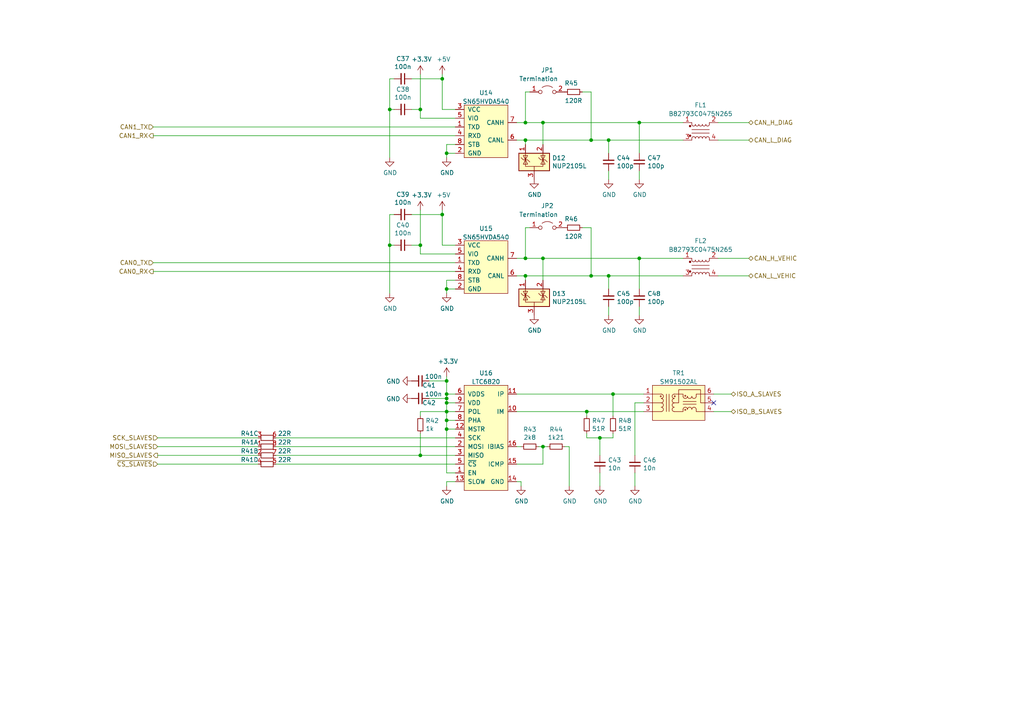
<source format=kicad_sch>
(kicad_sch (version 20211123) (generator eeschema)
  (paper "A4")
  (title_block (title "SPR23e Battery Management Unit (BMU)") (date "2023-03-25") (rev "B") (company "Scuderia Mensa HS RheinMain racing e.V.") (comment 1 "Author: Luca Engelmann") (comment 2 "Car number: 65"))
  (lib_symbols
    (symbol "+5V_1" (power) (pin_names (offset 0))
      (property "Value" "+5V_1" (at 0 3.556 0))
      (symbol "+5V_1_0_1"
        (polyline (pts (xy -0.762 1.27) (xy 0 2.54)))
        (polyline (pts (xy 0 0) (xy 0 2.54)))
        (polyline (pts (xy 0 2.54) (xy 0.762 1.27)))
      )
      (symbol "+5V_1_1_1"
        (pin power_in line (at 0 0 90) (length 0) hide (name "+5V") (number "1"))
      )
    )
    (symbol "Device:C_Small" (pin_numbers hide) (pin_names (offset 0.254) hide)
      (property "Reference" "C" (at 0.254 1.778 0))
      (property "Value" "C_Small" (at 0.254 -2.032 0))
      (symbol "C_Small_0_1"
        (polyline (pts (xy -1.524 -0.508) (xy 1.524 -0.508)) (stroke (width 0.3302)))
        (polyline (pts (xy -1.524 0.508) (xy 1.524 0.508)) (stroke (width 0.3048)))
      )
      (symbol "C_Small_1_1"
        (pin passive line (at 0 2.54 270) (length 2.032) (name "~") (number "1"))
        (pin passive line (at 0 -2.54 90) (length 2.032) (name "~") (number "2"))
      )
    )
    (symbol "Device:Filter_EMI_CommonMode" (pin_names (offset 0.254) hide)
      (property "Reference" "FL" (at 0 4.445 0))
      (property "Value" "Filter_EMI_CommonMode" (at 0 -4.445 0))
      (symbol "Filter_EMI_CommonMode_0_1"
        (circle (center -3.048 -1.27) (radius 0.254) (fill (type outline)))
        (circle (center -3.048 1.524) (radius 0.254) (fill (type outline)))
        (arc (start -2.54 2.032) (mid -2.032 1.524) (end -1.524 2.032))
        (arc (start -1.524 -2.032) (mid -2.032 -1.524) (end -2.54 -2.032))
        (arc (start -1.524 2.032) (mid -1.016 1.524) (end -0.508 2.032))
        (arc (start -0.508 -2.032) (mid -1.016 -1.524) (end -1.524 -2.032))
        (arc (start -0.508 2.032) (mid 0 1.524) (end 0.508 2.032))
        (polyline (pts (xy -2.54 -2.032) (xy -2.54 -2.54)))
        (polyline (pts (xy -2.54 0.508) (xy 2.54 0.508)))
        (polyline (pts (xy -2.54 2.032) (xy -2.54 2.54)))
        (polyline (pts (xy 2.54 -2.032) (xy 2.54 -2.54)))
        (polyline (pts (xy 2.54 -0.508) (xy -2.54 -0.508)))
        (polyline (pts (xy 2.54 2.54) (xy 2.54 2.032)))
        (arc (start 0.508 -2.032) (mid 0 -1.524) (end -0.508 -2.032))
        (arc (start 0.508 2.032) (mid 1.016 1.524) (end 1.524 2.032))
        (arc (start 1.524 -2.032) (mid 1.016 -1.524) (end 0.508 -2.032))
        (arc (start 1.524 2.032) (mid 2.032 1.524) (end 2.54 2.032))
        (arc (start 2.54 -2.032) (mid 2.032 -1.524) (end 1.524 -2.032))
      )
      (symbol "Filter_EMI_CommonMode_1_1"
        (pin passive line (at -5.08 2.54 0) (length 2.54) (name "1") (number "1"))
        (pin passive line (at 5.08 2.54 180) (length 2.54) (name "2") (number "2"))
        (pin passive line (at -5.08 -2.54 0) (length 2.54) (name "3") (number "3"))
        (pin passive line (at 5.08 -2.54 180) (length 2.54) (name "4") (number "4"))
      )
    )
    (symbol "Device:R_Small" (pin_numbers hide) (pin_names (offset 0.254) hide)
      (property "Reference" "R" (at 0.762 0.508 0))
      (property "Value" "R_Small" (at 0.762 -1.016 0))
      (symbol "R_Small_0_1"
        (rectangle (start -0.762 1.778) (end 0.762 -1.778) (stroke (width 0.2032)))
      )
      (symbol "R_Small_1_1"
        (pin passive line (at 0 2.54 270) (length 0.762) (name "~") (number "1"))
        (pin passive line (at 0 -2.54 90) (length 0.762) (name "~") (number "2"))
      )
    )
    (symbol "GND_1" (power) (pin_names (offset 0))
      (property "Value" "GND_1" (at 0 -3.81 0))
      (symbol "GND_1_0_1"
        (polyline (pts (xy 0 0) (xy 0 -1.27) (xy 1.27 -1.27) (xy 0 -2.54) (xy -1.27 -1.27) (xy 0 -1.27)))
      )
      (symbol "GND_1_1_1"
        (pin power_in line (at 0 0 270) (length 0) hide (name "GND") (number "1"))
      )
    )
    (symbol "GND_10" (power) (pin_names (offset 0))
      (property "Value" "GND_10" (at 0 -3.81 0))
      (symbol "GND_10_0_1"
        (polyline (pts (xy 0 0) (xy 0 -1.27) (xy 1.27 -1.27) (xy 0 -2.54) (xy -1.27 -1.27) (xy 0 -1.27)))
      )
      (symbol "GND_10_1_1"
        (pin power_in line (at 0 0 270) (length 0) hide (name "GND") (number "1"))
      )
    )
    (symbol "GND_11" (power) (pin_names (offset 0))
      (property "Value" "GND_11" (at 0 -3.81 0))
      (symbol "GND_11_0_1"
        (polyline (pts (xy 0 0) (xy 0 -1.27) (xy 1.27 -1.27) (xy 0 -2.54) (xy -1.27 -1.27) (xy 0 -1.27)))
      )
      (symbol "GND_11_1_1"
        (pin power_in line (at 0 0 270) (length 0) hide (name "GND") (number "1"))
      )
    )
    (symbol "GND_12" (power) (pin_names (offset 0))
      (property "Value" "GND_12" (at 0 -3.81 0))
      (symbol "GND_12_0_1"
        (polyline (pts (xy 0 0) (xy 0 -1.27) (xy 1.27 -1.27) (xy 0 -2.54) (xy -1.27 -1.27) (xy 0 -1.27)))
      )
      (symbol "GND_12_1_1"
        (pin power_in line (at 0 0 270) (length 0) hide (name "GND") (number "1"))
      )
    )
    (symbol "GND_13" (power) (pin_names (offset 0))
      (property "Value" "GND_13" (at 0 -3.81 0))
      (symbol "GND_13_0_1"
        (polyline (pts (xy 0 0) (xy 0 -1.27) (xy 1.27 -1.27) (xy 0 -2.54) (xy -1.27 -1.27) (xy 0 -1.27)))
      )
      (symbol "GND_13_1_1"
        (pin power_in line (at 0 0 270) (length 0) hide (name "GND") (number "1"))
      )
    )
    (symbol "GND_14" (power) (pin_names (offset 0))
      (property "Value" "GND_14" (at 0 -3.81 0))
      (symbol "GND_14_0_1"
        (polyline (pts (xy 0 0) (xy 0 -1.27) (xy 1.27 -1.27) (xy 0 -2.54) (xy -1.27 -1.27) (xy 0 -1.27)))
      )
      (symbol "GND_14_1_1"
        (pin power_in line (at 0 0 270) (length 0) hide (name "GND") (number "1"))
      )
    )
    (symbol "GND_15" (power) (pin_names (offset 0))
      (property "Value" "GND_15" (at 0 -3.81 0))
      (symbol "GND_15_0_1"
        (polyline (pts (xy 0 0) (xy 0 -1.27) (xy 1.27 -1.27) (xy 0 -2.54) (xy -1.27 -1.27) (xy 0 -1.27)))
      )
      (symbol "GND_15_1_1"
        (pin power_in line (at 0 0 270) (length 0) hide (name "GND") (number "1"))
      )
    )
    (symbol "GND_16" (power) (pin_names (offset 0))
      (property "Value" "GND_16" (at 0 -3.81 0))
      (symbol "GND_16_0_1"
        (polyline (pts (xy 0 0) (xy 0 -1.27) (xy 1.27 -1.27) (xy 0 -2.54) (xy -1.27 -1.27) (xy 0 -1.27)))
      )
      (symbol "GND_16_1_1"
        (pin power_in line (at 0 0 270) (length 0) hide (name "GND") (number "1"))
      )
    )
    (symbol "GND_2" (power) (pin_names (offset 0))
      (property "Value" "GND_2" (at 0 -3.81 0))
      (symbol "GND_2_0_1"
        (polyline (pts (xy 0 0) (xy 0 -1.27) (xy 1.27 -1.27) (xy 0 -2.54) (xy -1.27 -1.27) (xy 0 -1.27)))
      )
      (symbol "GND_2_1_1"
        (pin power_in line (at 0 0 270) (length 0) hide (name "GND") (number "1"))
      )
    )
    (symbol "GND_3" (power) (pin_names (offset 0))
      (property "Value" "GND_3" (at 0 -3.81 0))
      (symbol "GND_3_0_1"
        (polyline (pts (xy 0 0) (xy 0 -1.27) (xy 1.27 -1.27) (xy 0 -2.54) (xy -1.27 -1.27) (xy 0 -1.27)))
      )
      (symbol "GND_3_1_1"
        (pin power_in line (at 0 0 270) (length 0) hide (name "GND") (number "1"))
      )
    )
    (symbol "GND_4" (power) (pin_names (offset 0))
      (property "Value" "GND_4" (at 0 -3.81 0))
      (symbol "GND_4_0_1"
        (polyline (pts (xy 0 0) (xy 0 -1.27) (xy 1.27 -1.27) (xy 0 -2.54) (xy -1.27 -1.27) (xy 0 -1.27)))
      )
      (symbol "GND_4_1_1"
        (pin power_in line (at 0 0 270) (length 0) hide (name "GND") (number "1"))
      )
    )
    (symbol "GND_5" (power) (pin_names (offset 0))
      (property "Value" "GND_5" (at 0 -3.81 0))
      (symbol "GND_5_0_1"
        (polyline (pts (xy 0 0) (xy 0 -1.27) (xy 1.27 -1.27) (xy 0 -2.54) (xy -1.27 -1.27) (xy 0 -1.27)))
      )
      (symbol "GND_5_1_1"
        (pin power_in line (at 0 0 270) (length 0) hide (name "GND") (number "1"))
      )
    )
    (symbol "GND_6" (power) (pin_names (offset 0))
      (property "Value" "GND_6" (at 0 -3.81 0))
      (symbol "GND_6_0_1"
        (polyline (pts (xy 0 0) (xy 0 -1.27) (xy 1.27 -1.27) (xy 0 -2.54) (xy -1.27 -1.27) (xy 0 -1.27)))
      )
      (symbol "GND_6_1_1"
        (pin power_in line (at 0 0 270) (length 0) hide (name "GND") (number "1"))
      )
    )
    (symbol "GND_7" (power) (pin_names (offset 0))
      (property "Value" "GND_7" (at 0 -3.81 0))
      (symbol "GND_7_0_1"
        (polyline (pts (xy 0 0) (xy 0 -1.27) (xy 1.27 -1.27) (xy 0 -2.54) (xy -1.27 -1.27) (xy 0 -1.27)))
      )
      (symbol "GND_7_1_1"
        (pin power_in line (at 0 0 270) (length 0) hide (name "GND") (number "1"))
      )
    )
    (symbol "GND_8" (power) (pin_names (offset 0))
      (property "Value" "GND_8" (at 0 -3.81 0))
      (symbol "GND_8_0_1"
        (polyline (pts (xy 0 0) (xy 0 -1.27) (xy 1.27 -1.27) (xy 0 -2.54) (xy -1.27 -1.27) (xy 0 -1.27)))
      )
      (symbol "GND_8_1_1"
        (pin power_in line (at 0 0 270) (length 0) hide (name "GND") (number "1"))
      )
    )
    (symbol "GND_9" (power) (pin_names (offset 0))
      (property "Value" "GND_9" (at 0 -3.81 0))
      (symbol "GND_9_0_1"
        (polyline (pts (xy 0 0) (xy 0 -1.27) (xy 1.27 -1.27) (xy 0 -2.54) (xy -1.27 -1.27) (xy 0 -1.27)))
      )
      (symbol "GND_9_1_1"
        (pin power_in line (at 0 0 270) (length 0) hide (name "GND") (number "1"))
      )
    )
    (symbol "Jumper:Jumper_2_Open" (pin_names (offset 0) hide)
      (property "Reference" "JP" (at 0 2.794 0))
      (property "Value" "Jumper_2_Open" (at 0 -2.286 0))
      (symbol "Jumper_2_Open_0_0"
        (circle (center -2.032 0) (radius 0.508))
        (circle (center 2.032 0) (radius 0.508))
      )
      (symbol "Jumper_2_Open_0_1"
        (arc (start 1.524 1.27) (mid 0 1.778) (end -1.524 1.27))
      )
      (symbol "Jumper_2_Open_1_1"
        (pin passive line (at -5.08 0 0) (length 2.54) (name "A") (number "1"))
        (pin passive line (at 5.08 0 180) (length 2.54) (name "B") (number "2"))
      )
    )
    (symbol "Power_Protection:NUP2105L" (pin_names hide)
      (property "Reference" "D" (at 5.715 2.54 0))
      (property "Value" "NUP2105L" (at 5.715 0.635 0))
      (symbol "NUP2105L_0_0"
        (pin passive line (at 0 -5.08 90) (length 2.54) (name "A") (number "3"))
      )
      (symbol "NUP2105L_0_1"
        (rectangle (start -4.445 2.54) (end 4.445 -2.54) (stroke (width 0.254)) (fill (type background)))
        (polyline (pts (xy -2.54 2.54) (xy -2.54 0.635)))
        (polyline (pts (xy 0 -1.27) (xy 0 -2.54)))
        (polyline (pts (xy 2.54 2.54) (xy 2.54 0.635)))
        (polyline (pts (xy -3.81 1.27) (xy -3.175 0.635) (xy -1.905 0.635) (xy -1.27 0)))
        (polyline (pts (xy -2.54 0.635) (xy -2.54 -1.27) (xy 2.54 -1.27) (xy 2.54 0.635)))
        (polyline (pts (xy -2.54 0.635) (xy -1.905 -0.635) (xy -3.175 -0.635) (xy -2.54 0.635)))
        (polyline (pts (xy 2.54 0.635) (xy 1.905 -0.635) (xy 3.175 -0.635) (xy 2.54 0.635)))
        (polyline (pts (xy 2.54 0.635) (xy 3.175 1.905) (xy 1.905 1.905) (xy 2.54 0.635)))
        (polyline (pts (xy -2.54 0.635) (xy -3.175 1.905) (xy -1.905 1.905) (xy -2.54 0.635) (xy -2.54 1.27)))
        (polyline (pts (xy 1.27 1.27) (xy 1.905 0.635) (xy 2.54 0.635) (xy 3.175 0.635) (xy 3.81 0)))
      )
      (symbol "NUP2105L_1_1"
        (pin passive line (at -2.54 5.08 270) (length 2.54) (name "K") (number "1"))
        (pin passive line (at 2.54 5.08 270) (length 2.54) (name "K") (number "2"))
      )
    )
    (symbol "Scuderia:LTC6820" (pin_names (offset 1.016))
      (property "Reference" "U" (at 0 19.05 0))
      (property "Value" "LTC6820" (at 0 16.51 0))
      (symbol "LTC6820_0_1"
        (rectangle (start -6.35 15.24) (end 6.35 -15.24) (fill (type background)))
      )
      (symbol "LTC6820_1_1"
        (pin input line (at -8.89 -10.16 0) (length 2.54) (name "EN") (number "1"))
        (pin bidirectional line (at 8.89 7.62 180) (length 2.54) (name "IM") (number "10"))
        (pin bidirectional line (at 8.89 12.7 180) (length 2.54) (name "IP") (number "11"))
        (pin input line (at -8.89 2.54 0) (length 2.54) (name "MSTR") (number "12"))
        (pin input line (at -8.89 -12.7 0) (length 2.54) (name "SLOW") (number "13"))
        (pin power_in line (at 8.89 -12.7 180) (length 2.54) (name "GND") (number "14"))
        (pin input line (at 8.89 -7.62 180) (length 2.54) (name "ICMP") (number "15"))
        (pin output line (at 8.89 -2.54 180) (length 2.54) (name "IBIAS") (number "16"))
        (pin input line (at -8.89 -2.54 0) (length 2.54) (name "MOSI") (number "2"))
        (pin output line (at -8.89 -5.08 0) (length 2.54) (name "MISO") (number "3"))
        (pin input line (at -8.89 0 0) (length 2.54) (name "SCK") (number "4"))
        (pin input line (at -8.89 -7.62 0) (length 2.54) (name "~{CS}") (number "5"))
        (pin power_in line (at -8.89 12.7 0) (length 2.54) (name "VDDS") (number "6"))
        (pin input line (at -8.89 7.62 0) (length 2.54) (name "POL") (number "7"))
        (pin input line (at -8.89 5.08 0) (length 2.54) (name "PHA") (number "8"))
        (pin power_in line (at -8.89 10.16 0) (length 2.54) (name "VDD") (number "9"))
      )
    )
    (symbol "Scuderia:R_Network_SMD"
      (property "Reference" "R" (at 2.54 1.27 0))
      (property "Value" "R_Network_SMD" (at 8.89 -1.27 0))
      (symbol "R_Network_SMD_0_1"
        (rectangle (start -0.762 1.778) (end 0.762 -1.778) (stroke (width 0.2032)))
      )
      (symbol "R_Network_SMD_1_1"
        (pin passive line (at 0 2.54 270) (length 0.762) (name "~") (number "1"))
        (pin passive line (at 0 -2.54 90) (length 0.762) (name "~") (number "8"))
      )
      (symbol "R_Network_SMD_2_1"
        (pin passive line (at 0 2.54 270) (length 0.762) (name "~") (number "2"))
        (pin passive line (at 0 -2.54 90) (length 0.762) (name "~") (number "7"))
      )
      (symbol "R_Network_SMD_3_1"
        (pin passive line (at 0 2.54 270) (length 0.762) (name "~") (number "3"))
        (pin passive line (at 0 -2.54 90) (length 0.762) (name "~") (number "6"))
      )
      (symbol "R_Network_SMD_4_1"
        (pin passive line (at 0 2.54 270) (length 0.762) (name "~") (number "4"))
        (pin passive line (at 0 -2.54 90) (length 0.762) (name "~") (number "5"))
      )
    )
    (symbol "Scuderia:SM91502AL" (pin_names (offset 1.016))
      (property "Reference" "TR" (at 0 8.89 0))
      (property "Value" "SM91502AL" (at 0 6.35 0))
      (symbol "SM91502AL_0_1"
        (rectangle (start -7.62 5.08) (end 7.62 -5.08) (fill (type background)))
      )
      (symbol "SM91502AL_1_1"
        (circle (center -5.207 1.905) (radius 0.1778))
        (arc (start -5.08 -2.54) (mid -4.445 -1.905) (end -5.08 -1.27))
        (arc (start -5.08 -1.27) (mid -4.445 -0.635) (end -5.08 0))
        (arc (start -5.08 0) (mid -4.445 0.635) (end -5.08 1.27))
        (arc (start -5.08 1.27) (mid -4.445 1.905) (end -5.08 2.54))
        (arc (start -1.27 -1.27) (mid -1.905 -1.905) (end -1.27 -2.54))
        (arc (start -1.27 0) (mid -1.905 -0.635) (end -1.27 -1.27))
        (arc (start -1.27 1.27) (mid -1.905 0.635) (end -1.27 0))
        (arc (start -1.27 2.54) (mid -1.905 1.905) (end -1.27 1.27))
        (circle (center -1.143 1.905) (radius 0.1778))
        (polyline (pts (xy -5.08 -2.54) (xy -7.62 -2.54)))
        (polyline (pts (xy -5.08 0) (xy -7.62 0)))
        (polyline (pts (xy -5.08 2.54) (xy -7.62 2.54)))
        (polyline (pts (xy -3.556 -2.54) (xy -3.556 2.54)))
        (polyline (pts (xy -2.794 2.54) (xy -2.794 -2.54)))
        (polyline (pts (xy 1.27 -0.381) (xy 5.08 -0.381)))
        (polyline (pts (xy 1.27 0.381) (xy 5.08 0.381)))
        (polyline (pts (xy -1.27 -2.54) (xy 1.27 -2.54) (xy 1.27 -1.905)))
        (polyline (pts (xy 1.27 1.905) (xy 1.27 2.54) (xy -1.27 2.54)))
        (polyline (pts (xy 5.08 -1.905) (xy 5.08 -2.54) (xy 7.62 -2.54)))
        (polyline (pts (xy 5.08 1.905) (xy 5.08 2.54) (xy 7.62 2.54)))
        (polyline (pts (xy -1.27 0) (xy 0 0) (xy 0 3.81) (xy 6.35 3.81) (xy 6.35 0) (xy 7.62 0)))
        (arc (start 1.27 1.905) (mid 1.905 1.27) (end 2.54 1.905))
        (circle (center 1.905 -2.032) (radius 0.1778))
        (circle (center 1.905 2.032) (radius 0.1778))
        (arc (start 2.54 -1.905) (mid 1.905 -1.27) (end 1.27 -1.905))
        (arc (start 2.54 1.905) (mid 3.175 1.27) (end 3.81 1.905))
        (arc (start 3.81 -1.905) (mid 3.175 -1.27) (end 2.54 -1.905))
        (arc (start 3.81 1.905) (mid 4.445 1.27) (end 5.08 1.905))
        (arc (start 5.08 -1.905) (mid 4.445 -1.27) (end 3.81 -1.905))
        (pin passive line (at -10.16 2.54 0) (length 2.54) (name "~") (number "1"))
        (pin passive line (at -10.16 0 0) (length 2.54) (name "~") (number "2"))
        (pin passive line (at -10.16 -2.54 0) (length 2.54) (name "~") (number "3"))
        (pin passive line (at 10.16 -2.54 180) (length 2.54) (name "~") (number "4"))
        (pin passive line (at 10.16 0 180) (length 2.54) (name "~") (number "5"))
        (pin passive line (at 10.16 2.54 180) (length 2.54) (name "~") (number "6"))
      )
    )
    (symbol "Scuderia:SN65HVDA540" (pin_names (offset 1.016))
      (property "Reference" "U" (at 0 11.43 0))
      (property "Value" "SN65HVDA540" (at 0 8.89 0))
      (symbol "SN65HVDA540_0_1"
        (rectangle (start -6.35 7.62) (end 6.35 -7.62) (fill (type background)))
      )
      (symbol "SN65HVDA540_1_1"
        (pin input line (at -8.89 1.27 0) (length 2.54) (name "TXD") (number "1"))
        (pin power_in line (at -8.89 -6.35 0) (length 2.54) (name "GND") (number "2"))
        (pin power_in line (at -8.89 6.35 0) (length 2.54) (name "VCC") (number "3"))
        (pin output line (at -8.89 -1.27 0) (length 2.54) (name "RXD") (number "4"))
        (pin power_in line (at -8.89 3.81 0) (length 2.54) (name "VIO") (number "5"))
        (pin output line (at 8.89 -2.54 180) (length 2.54) (name "CANL") (number "6"))
        (pin output line (at 8.89 2.54 180) (length 2.54) (name "CANH") (number "7"))
        (pin input line (at -8.89 -3.81 0) (length 2.54) (name "STB") (number "8"))
      )
    )
    (symbol "power:+3.3V" (power) (pin_names (offset 0))
      (property "Value" "+3.3V" (at 0 3.556 0))
      (symbol "+3.3V_0_1"
        (polyline (pts (xy -0.762 1.27) (xy 0 2.54)))
        (polyline (pts (xy 0 0) (xy 0 2.54)))
        (polyline (pts (xy 0 2.54) (xy 0.762 1.27)))
      )
      (symbol "+3.3V_1_1"
        (pin power_in line (at 0 0 90) (length 0) hide (name "+3.3V") (number "1"))
      )
    )
    (symbol "power:+5V" (power) (pin_names (offset 0))
      (property "Value" "+5V" (at 0 3.556 0))
      (symbol "+5V_0_1"
        (polyline (pts (xy -0.762 1.27) (xy 0 2.54)))
        (polyline (pts (xy 0 0) (xy 0 2.54)))
        (polyline (pts (xy 0 2.54) (xy 0.762 1.27)))
      )
      (symbol "+5V_1_1"
        (pin power_in line (at 0 0 90) (length 0) hide (name "+5V") (number "1"))
      )
    )
    (symbol "power:GND" (power) (pin_names (offset 0))
      (property "Value" "GND" (at 0 -3.81 0))
      (symbol "GND_0_1"
        (polyline (pts (xy 0 0) (xy 0 -1.27) (xy 1.27 -1.27) (xy 0 -2.54) (xy -1.27 -1.27) (xy 0 -1.27)))
      )
      (symbol "GND_1_1"
        (pin power_in line (at 0 0 270) (length 0) hide (name "GND") (number "1"))
      )
    )
  )
  (junction (at 113.03 31.75))
  (junction (at 152.4 40.64))
  (junction (at 129.54 119.38))
  (junction (at 171.45 40.64))
  (junction (at 152.4 80.01))
  (junction (at 176.53 80.01))
  (junction (at 128.27 22.86))
  (junction (at 185.42 35.56))
  (junction (at 177.8 114.3))
  (junction (at 113.03 71.12))
  (junction (at 129.54 121.92))
  (junction (at 128.27 62.23))
  (junction (at 129.54 44.45))
  (junction (at 157.48 129.54))
  (junction (at 173.99 127))
  (junction (at 121.92 132.08))
  (junction (at 185.42 74.93))
  (junction (at 129.54 115.57))
  (junction (at 171.45 80.01))
  (junction (at 157.48 35.56))
  (junction (at 121.92 71.12))
  (junction (at 121.92 31.75))
  (junction (at 129.54 83.82))
  (junction (at 176.53 40.64))
  (junction (at 129.54 114.3))
  (junction (at 157.48 74.93))
  (junction (at 129.54 116.84))
  (junction (at 152.4 35.56))
  (junction (at 170.18 119.38))
  (junction (at 129.54 124.46))
  (junction (at 152.4 74.93))
  (junction (at 129.54 110.49))
  (no_connect (at 207.01 116.84))
  (wire (pts (xy 170.18 119.38) (xy 186.69 119.38)))
  (wire (pts (xy 121.92 34.29) (xy 121.92 31.75)))
  (wire (pts (xy 184.15 116.84) (xy 186.69 116.84)))
  (wire (pts (xy 152.4 26.67) (xy 152.4 35.56)))
  (wire (pts (xy 152.4 40.64) (xy 171.45 40.64)))
  (wire (pts (xy 149.86 119.38) (xy 170.18 119.38)))
  (wire (pts (xy 113.03 71.12) (xy 113.03 62.23)))
  (wire (pts (xy 168.91 66.04) (xy 171.45 66.04)))
  (wire (pts (xy 149.86 134.62) (xy 157.48 134.62)))
  (wire (pts (xy 198.12 40.64) (xy 176.53 40.64)))
  (wire (pts (xy 173.99 140.97) (xy 173.99 137.16)))
  (wire (pts (xy 121.92 119.38) (xy 129.54 119.38)))
  (wire (pts (xy 124.46 115.57) (xy 129.54 115.57)))
  (wire (pts (xy 45.72 132.08) (xy 74.93 132.08)))
  (wire (pts (xy 170.18 125.73) (xy 170.18 127)))
  (wire (pts (xy 173.99 127) (xy 173.99 132.08)))
  (wire (pts (xy 158.75 129.54) (xy 157.48 129.54)))
  (wire (pts (xy 129.54 119.38) (xy 129.54 116.84)))
  (wire (pts (xy 121.92 71.12) (xy 121.92 60.96)))
  (wire (pts (xy 45.72 127) (xy 74.93 127)))
  (wire (pts (xy 132.08 81.28) (xy 129.54 81.28)))
  (wire (pts (xy 171.45 40.64) (xy 176.53 40.64)))
  (wire (pts (xy 163.83 129.54) (xy 165.1 129.54)))
  (wire (pts (xy 129.54 124.46) (xy 129.54 121.92)))
  (wire (pts (xy 132.08 73.66) (xy 121.92 73.66)))
  (wire (pts (xy 212.09 119.38) (xy 207.01 119.38)))
  (wire (pts (xy 176.53 40.64) (xy 176.53 44.45)))
  (wire (pts (xy 208.28 74.93) (xy 217.17 74.93)))
  (wire (pts (xy 129.54 110.49) (xy 129.54 109.22)))
  (wire (pts (xy 113.03 31.75) (xy 113.03 22.86)))
  (wire (pts (xy 208.28 35.56) (xy 217.17 35.56)))
  (wire (pts (xy 149.86 35.56) (xy 152.4 35.56)))
  (wire (pts (xy 184.15 137.16) (xy 184.15 140.97)))
  (wire (pts (xy 132.08 44.45) (xy 129.54 44.45)))
  (wire (pts (xy 132.08 114.3) (xy 129.54 114.3)))
  (wire (pts (xy 185.42 35.56) (xy 198.12 35.56)))
  (wire (pts (xy 129.54 116.84) (xy 129.54 115.57)))
  (wire (pts (xy 129.54 83.82) (xy 129.54 85.09)))
  (wire (pts (xy 132.08 139.7) (xy 129.54 139.7)))
  (wire (pts (xy 152.4 35.56) (xy 157.48 35.56)))
  (wire (pts (xy 132.08 119.38) (xy 129.54 119.38)))
  (wire (pts (xy 184.15 132.08) (xy 184.15 116.84)))
  (wire (pts (xy 129.54 137.16) (xy 129.54 124.46)))
  (wire (pts (xy 152.4 66.04) (xy 152.4 74.93)))
  (wire (pts (xy 185.42 74.93) (xy 185.42 83.82)))
  (wire (pts (xy 132.08 34.29) (xy 121.92 34.29)))
  (wire (pts (xy 152.4 74.93) (xy 157.48 74.93)))
  (wire (pts (xy 129.54 121.92) (xy 129.54 119.38)))
  (wire (pts (xy 176.53 88.9) (xy 176.53 91.44)))
  (wire (pts (xy 170.18 120.65) (xy 170.18 119.38)))
  (wire (pts (xy 171.45 66.04) (xy 171.45 80.01)))
  (wire (pts (xy 176.53 49.53) (xy 176.53 52.07)))
  (wire (pts (xy 80.01 127) (xy 132.08 127)))
  (wire (pts (xy 157.48 35.56) (xy 185.42 35.56)))
  (wire (pts (xy 132.08 116.84) (xy 129.54 116.84)))
  (wire (pts (xy 114.3 71.12) (xy 113.03 71.12)))
  (wire (pts (xy 132.08 124.46) (xy 129.54 124.46)))
  (wire (pts (xy 129.54 115.57) (xy 129.54 114.3)))
  (wire (pts (xy 113.03 62.23) (xy 114.3 62.23)))
  (wire (pts (xy 177.8 114.3) (xy 149.86 114.3)))
  (wire (pts (xy 168.91 26.67) (xy 171.45 26.67)))
  (wire (pts (xy 152.4 80.01) (xy 171.45 80.01)))
  (wire (pts (xy 177.8 114.3) (xy 177.8 120.65)))
  (wire (pts (xy 128.27 71.12) (xy 128.27 62.23)))
  (wire (pts (xy 128.27 62.23) (xy 128.27 60.96)))
  (wire (pts (xy 151.13 139.7) (xy 151.13 140.97)))
  (wire (pts (xy 157.48 129.54) (xy 156.21 129.54)))
  (wire (pts (xy 124.46 110.49) (xy 129.54 110.49)))
  (wire (pts (xy 153.67 66.04) (xy 152.4 66.04)))
  (wire (pts (xy 132.08 71.12) (xy 128.27 71.12)))
  (wire (pts (xy 119.38 62.23) (xy 128.27 62.23)))
  (wire (pts (xy 165.1 129.54) (xy 165.1 140.97)))
  (wire (pts (xy 152.4 80.01) (xy 152.4 81.28)))
  (wire (pts (xy 119.38 31.75) (xy 121.92 31.75)))
  (wire (pts (xy 113.03 22.86) (xy 114.3 22.86)))
  (wire (pts (xy 149.86 74.93) (xy 152.4 74.93)))
  (wire (pts (xy 121.92 73.66) (xy 121.92 71.12)))
  (wire (pts (xy 132.08 41.91) (xy 129.54 41.91)))
  (wire (pts (xy 129.54 41.91) (xy 129.54 44.45)))
  (wire (pts (xy 119.38 71.12) (xy 121.92 71.12)))
  (wire (pts (xy 185.42 74.93) (xy 198.12 74.93)))
  (wire (pts (xy 149.86 80.01) (xy 152.4 80.01)))
  (wire (pts (xy 128.27 31.75) (xy 128.27 22.86)))
  (wire (pts (xy 207.01 114.3) (xy 212.09 114.3)))
  (wire (pts (xy 132.08 31.75) (xy 128.27 31.75)))
  (wire (pts (xy 132.08 121.92) (xy 129.54 121.92)))
  (wire (pts (xy 121.92 132.08) (xy 132.08 132.08)))
  (wire (pts (xy 186.69 114.3) (xy 177.8 114.3)))
  (wire (pts (xy 44.45 76.2) (xy 132.08 76.2)))
  (wire (pts (xy 151.13 129.54) (xy 149.86 129.54)))
  (wire (pts (xy 208.28 40.64) (xy 217.17 40.64)))
  (wire (pts (xy 121.92 120.65) (xy 121.92 119.38)))
  (wire (pts (xy 185.42 35.56) (xy 185.42 44.45)))
  (wire (pts (xy 198.12 80.01) (xy 176.53 80.01)))
  (wire (pts (xy 114.3 31.75) (xy 113.03 31.75)))
  (wire (pts (xy 44.45 39.37) (xy 132.08 39.37)))
  (wire (pts (xy 119.38 22.86) (xy 128.27 22.86)))
  (wire (pts (xy 121.92 125.73) (xy 121.92 132.08)))
  (wire (pts (xy 113.03 45.72) (xy 113.03 31.75)))
  (wire (pts (xy 129.54 139.7) (xy 129.54 140.97)))
  (wire (pts (xy 185.42 88.9) (xy 185.42 91.44)))
  (wire (pts (xy 176.53 80.01) (xy 176.53 83.82)))
  (wire (pts (xy 157.48 35.56) (xy 157.48 41.91)))
  (wire (pts (xy 132.08 83.82) (xy 129.54 83.82)))
  (wire (pts (xy 208.28 80.01) (xy 217.17 80.01)))
  (wire (pts (xy 121.92 31.75) (xy 121.92 21.59)))
  (wire (pts (xy 80.01 134.62) (xy 132.08 134.62)))
  (wire (pts (xy 80.01 129.54) (xy 132.08 129.54)))
  (wire (pts (xy 44.45 78.74) (xy 132.08 78.74)))
  (wire (pts (xy 149.86 139.7) (xy 151.13 139.7)))
  (wire (pts (xy 177.8 127) (xy 177.8 125.73)))
  (wire (pts (xy 128.27 22.86) (xy 128.27 21.59)))
  (wire (pts (xy 185.42 49.53) (xy 185.42 52.07)))
  (wire (pts (xy 171.45 26.67) (xy 171.45 40.64)))
  (wire (pts (xy 170.18 127) (xy 173.99 127)))
  (wire (pts (xy 44.45 36.83) (xy 132.08 36.83)))
  (wire (pts (xy 80.01 132.08) (xy 121.92 132.08)))
  (wire (pts (xy 45.72 129.54) (xy 74.93 129.54)))
  (wire (pts (xy 173.99 127) (xy 177.8 127)))
  (wire (pts (xy 129.54 81.28) (xy 129.54 83.82)))
  (wire (pts (xy 113.03 85.09) (xy 113.03 71.12)))
  (wire (pts (xy 153.67 26.67) (xy 152.4 26.67)))
  (wire (pts (xy 152.4 40.64) (xy 152.4 41.91)))
  (wire (pts (xy 132.08 137.16) (xy 129.54 137.16)))
  (wire (pts (xy 157.48 134.62) (xy 157.48 129.54)))
  (wire (pts (xy 171.45 80.01) (xy 176.53 80.01)))
  (wire (pts (xy 129.54 114.3) (xy 129.54 110.49)))
  (wire (pts (xy 157.48 74.93) (xy 185.42 74.93)))
  (wire (pts (xy 149.86 40.64) (xy 152.4 40.64)))
  (wire (pts (xy 129.54 44.45) (xy 129.54 45.72)))
  (wire (pts (xy 157.48 74.93) (xy 157.48 81.28)))
  (wire (pts (xy 45.72 134.62) (xy 74.93 134.62)))
  (hierarchical_label "ISO_A_SLAVES" (shape bidirectional) (at 212.09 114.3 0))
  (hierarchical_label "CAN1_TX" (shape input) (at 44.45 36.83 180))
  (hierarchical_label "CAN0_RX" (shape output) (at 44.45 78.74 180))
  (hierarchical_label "MOSI_SLAVES" (shape input) (at 45.72 129.54 180))
  (hierarchical_label "CAN1_RX" (shape output) (at 44.45 39.37 180))
  (hierarchical_label "CAN_H_DIAG" (shape bidirectional) (at 217.17 35.56 0))
  (hierarchical_label "ISO_B_SLAVES" (shape bidirectional) (at 212.09 119.38 0))
  (hierarchical_label "CAN_H_VEHIC" (shape bidirectional) (at 217.17 74.93 0))
  (hierarchical_label "SCK_SLAVES" (shape input) (at 45.72 127 180))
  (hierarchical_label "CAN_L_VEHIC" (shape bidirectional) (at 217.17 80.01 0))
  (hierarchical_label "CAN_L_DIAG" (shape bidirectional) (at 217.17 40.64 0))
  (hierarchical_label "~{CS_SLAVES}" (shape input) (at 45.72 134.62 180))
  (hierarchical_label "MISO_SLAVES" (shape output) (at 45.72 132.08 180))
  (hierarchical_label "CAN0_TX" (shape input) (at 44.45 76.2 180))
  (symbol (lib_id "Power_Protection:NUP2105L") (at 154.94 46.99 0) (unit 1)
    (property "Reference" "D12" (at 160.147 45.8216 0) (effects (justify left)))
    (property "Value" "NUP2105L" (at 160.147 48.133 0) (effects (justify left)))
    (property "Footprint" "Scuderia:SOT-23" (effects hide))
    (property "Datasheet" "http://www.onsemi.com/pub_link/Collateral/NUP2105L-D.PDF" (effects hide))
  )
  (symbol (lib_name "GND_8") (lib_id "power:GND") (at 154.94 52.07 0) (unit 1)
    (property "Reference" "#PWR0111" (effects hide))
    (property "Value" "GND" (at 155.067 56.4642 0))
  )
  (symbol (lib_id "power:GND") (at 129.54 45.72 0) (unit 1)
    (property "Reference" "#PWR0106" (effects hide))
    (property "Value" "GND" (at 129.667 50.1142 0))
  )
  (symbol (lib_id "power:+3.3V") (at 121.92 21.59 0) (unit 1)
    (property "Reference" "#PWR0102" (effects hide))
    (property "Value" "+3.3V" (at 122.301 17.1958 0))
  )
  (symbol (lib_name "+5V_1") (lib_id "power:+5V") (at 128.27 21.59 0) (unit 1)
    (property "Reference" "#PWR0104" (effects hide))
    (property "Value" "+5V" (at 128.651 17.1958 0))
  )
  (symbol (lib_id "Device:C_Small") (at 116.84 31.75 270) (unit 1)
    (property "Reference" "C38" (at 116.84 25.9334 90))
    (property "Value" "100n" (at 116.84 28.2448 90))
    (property "Footprint" "Capacitor_SMD:C_0603_1608Metric" (effects hide))
  )
  (symbol (lib_id "Device:C_Small") (at 116.84 22.86 270) (unit 1)
    (property "Reference" "C37" (at 116.84 17.0434 90))
    (property "Value" "100n" (at 116.84 19.3548 90))
    (property "Footprint" "Capacitor_SMD:C_0603_1608Metric" (effects hide))
  )
  (symbol (lib_name "GND_16") (lib_id "power:GND") (at 113.03 45.72 0) (unit 1)
    (property "Reference" "#PWR098" (effects hide))
    (property "Value" "GND" (at 113.157 50.1142 0))
  )
  (symbol (lib_id "Jumper:Jumper_2_Open") (at 158.75 26.67 0) (unit 1)
    (property "Reference" "JP1" (at 158.75 20.32 0))
    (property "Value" "Termination" (at 156.21 22.86 0))
    (property "Footprint" "Jumper:SolderJumper-2_P1.3mm_Open_Pad1.0x1.5mm" (effects hide))
  )
  (symbol (lib_id "Device:R_Small") (at 166.37 26.67 90) (unit 1)
    (property "Reference" "R45" (at 167.64 24.13 90) (effects (justify left)))
    (property "Value" "120R" (at 168.91 29.21 90) (effects (justify left)))
    (property "Footprint" "Resistor_SMD:R_1206_3216Metric" (effects hide))
  )
  (symbol (lib_id "power:+3.3V") (at 129.54 109.22 0) (unit 1)
    (property "Reference" "#PWR0108" (effects hide))
    (property "Value" "+3.3V" (at 129.921 104.8258 0))
  )
  (symbol (lib_id "Device:C_Small") (at 121.92 110.49 270) (unit 1)
    (property "Reference" "C41" (at 124.46 111.76 90))
    (property "Value" "100n" (at 125.73 109.22 90))
    (property "Footprint" "Capacitor_SMD:C_0603_1608Metric" (effects hide))
  )
  (symbol (lib_id "Device:R_Small") (at 121.92 123.19 0) (unit 1)
    (property "Reference" "R42" (at 123.4186 122.0216 0) (effects (justify left)))
    (property "Value" "1k" (at 123.4186 124.333 0) (effects (justify left)))
    (property "Footprint" "Resistor_SMD:R_0603_1608Metric" (effects hide))
  )
  (symbol (lib_name "GND_7") (lib_id "power:GND") (at 119.38 110.49 270) (unit 1)
    (property "Reference" "#PWR0100" (effects hide))
    (property "Value" "GND" (at 116.1288 110.617 90) (effects (justify right)))
  )
  (symbol (lib_name "GND_3") (lib_id "power:GND") (at 129.54 140.97 0) (unit 1)
    (property "Reference" "#PWR0109" (effects hide))
    (property "Value" "GND" (at 129.667 145.3642 0))
  )
  (symbol (lib_id "Device:R_Small") (at 161.29 129.54 270) (unit 1)
    (property "Reference" "R44" (at 161.29 124.5616 90))
    (property "Value" "1k21" (at 161.29 126.873 90))
    (property "Footprint" "Resistor_SMD:R_0603_1608Metric" (effects hide))
  )
  (symbol (lib_id "Device:R_Small") (at 153.67 129.54 270) (unit 1)
    (property "Reference" "R43" (at 153.67 124.5616 90))
    (property "Value" "2k8" (at 153.67 126.873 90))
    (property "Footprint" "Resistor_SMD:R_0603_1608Metric" (effects hide))
  )
  (symbol (lib_name "GND_10") (lib_id "power:GND") (at 165.1 140.97 0) (unit 1)
    (property "Reference" "#PWR0113" (effects hide))
    (property "Value" "GND" (at 165.227 145.3642 0))
  )
  (symbol (lib_name "GND_1") (lib_id "power:GND") (at 151.13 140.97 0) (unit 1)
    (property "Reference" "#PWR0110" (effects hide))
    (property "Value" "GND" (at 151.257 145.3642 0))
  )
  (symbol (lib_id "Device:R_Small") (at 177.8 123.19 180) (unit 1)
    (property "Reference" "R48" (at 179.2986 122.0216 0) (effects (justify right)))
    (property "Value" "51R" (at 179.2986 124.333 0) (effects (justify right)))
    (property "Footprint" "Resistor_SMD:R_0603_1608Metric" (effects hide))
  )
  (symbol (lib_id "Device:R_Small") (at 170.18 123.19 180) (unit 1)
    (property "Reference" "R47" (at 171.6786 122.0216 0) (effects (justify right)))
    (property "Value" "51R" (at 171.6786 124.333 0) (effects (justify right)))
    (property "Footprint" "Resistor_SMD:R_0603_1608Metric" (effects hide))
  )
  (symbol (lib_id "Device:C_Small") (at 173.99 134.62 180) (unit 1)
    (property "Reference" "C43" (at 176.3268 133.4516 0) (effects (justify right)))
    (property "Value" "10n" (at 176.3268 135.763 0) (effects (justify right)))
    (property "Footprint" "Capacitor_SMD:C_0603_1608Metric" (effects hide))
  )
  (symbol (lib_id "Device:C_Small") (at 184.15 134.62 180) (unit 1)
    (property "Reference" "C46" (at 186.4868 133.4516 0) (effects (justify right)))
    (property "Value" "10n" (at 186.4868 135.763 0) (effects (justify right)))
    (property "Footprint" "Capacitor_SMD:C_0603_1608Metric" (effects hide))
  )
  (symbol (lib_name "GND_11") (lib_id "power:GND") (at 173.99 140.97 0) (unit 1)
    (property "Reference" "#PWR0114" (effects hide))
    (property "Value" "GND" (at 174.117 145.3642 0))
  )
  (symbol (lib_name "GND_12") (lib_id "power:GND") (at 184.15 140.97 0) (unit 1)
    (property "Reference" "#PWR0117" (effects hide))
    (property "Value" "GND" (at 184.277 145.3642 0))
  )
  (symbol (lib_id "Device:C_Small") (at 121.92 115.57 270) (unit 1)
    (property "Reference" "C42" (at 124.46 116.84 90))
    (property "Value" "100n" (at 125.73 114.3 90))
    (property "Footprint" "Capacitor_SMD:C_0603_1608Metric" (effects hide))
  )
  (symbol (lib_name "GND_6") (lib_id "power:GND") (at 119.38 115.57 270) (unit 1)
    (property "Reference" "#PWR0101" (effects hide))
    (property "Value" "GND" (at 116.1288 115.697 90) (effects (justify right)))
  )
  (symbol (lib_id "Device:Filter_EMI_CommonMode") (at 203.2 77.47 0) (unit 1)
    (property "Reference" "FL2" (at 203.2 69.85 0))
    (property "Value" "B82793C0475N265" (at 203.2 72.39 0))
    (property "Footprint" "Scuderia:B82793C0" (effects hide))
  )
  (symbol (lib_id "Device:C_Small") (at 185.42 86.36 180) (unit 1)
    (property "Reference" "C48" (at 187.7568 85.1916 0) (effects (justify right)))
    (property "Value" "100p" (at 187.7568 87.503 0) (effects (justify right)))
    (property "Footprint" "Capacitor_SMD:C_0603_1608Metric" (effects hide))
  )
  (symbol (lib_id "Scuderia:LTC6820") (at 140.97 127 0) (unit 1)
    (property "Reference" "U16" (at 140.97 108.1872 0))
    (property "Value" "LTC6820" (at 140.97 110.7241 0))
    (property "Footprint" "Package_SO:MSOP-16_3x4.039mm_P0.5mm" (effects hide))
  )
  (symbol (lib_id "Device:C_Small") (at 176.53 86.36 180) (unit 1)
    (property "Reference" "C45" (at 178.8668 85.1916 0) (effects (justify right)))
    (property "Value" "100p" (at 178.8668 87.503 0) (effects (justify right)))
    (property "Footprint" "Capacitor_SMD:C_0603_1608Metric" (effects hide))
  )
  (symbol (lib_name "GND_14") (lib_id "power:GND") (at 129.54 85.09 0) (unit 1)
    (property "Reference" "#PWR0107" (effects hide))
    (property "Value" "GND" (at 129.667 89.4842 0))
  )
  (symbol (lib_id "Scuderia:R_Network_SMD") (at 77.47 129.54 90) (unit 1)
    (property "Reference" "R41" (at 72.39 128.27 90))
    (property "Value" "22R" (at 82.55 128.27 90))
    (property "Footprint" "Resistor_SMD:R_Array_Convex_4x0603" (effects hide))
  )
  (symbol (lib_name "GND_13") (lib_id "power:GND") (at 185.42 52.07 0) (unit 1)
    (property "Reference" "#PWR0118" (effects hide))
    (property "Value" "GND" (at 185.547 56.4642 0))
  )
  (symbol (lib_id "Jumper:Jumper_2_Open") (at 158.75 66.04 0) (unit 1)
    (property "Reference" "JP2" (at 158.75 59.69 0))
    (property "Value" "Termination" (at 156.21 62.23 0))
    (property "Footprint" "Jumper:SolderJumper-2_P1.3mm_Open_Pad1.0x1.5mm" (effects hide))
  )
  (symbol (lib_id "Scuderia:SN65HVDA540") (at 140.97 77.47 0) (unit 1)
    (property "Reference" "U15" (at 140.97 66.2772 0))
    (property "Value" "SN65HVDA540" (at 140.97 68.8141 0))
    (property "Footprint" "Package_SO:SOIC-8_3.9x4.9mm_P1.27mm" (effects hide))
  )
  (symbol (lib_id "Scuderia:R_Network_SMD") (at 77.47 127 90) (unit 3)
    (property "Reference" "R41" (at 72.39 125.73 90))
    (property "Value" "22R" (at 82.55 125.73 90))
    (property "Footprint" "Resistor_SMD:R_Array_Convex_4x0603" (effects hide))
  )
  (symbol (lib_name "GND_2") (lib_id "power:GND") (at 154.94 91.44 0) (unit 1)
    (property "Reference" "#PWR0112" (effects hide))
    (property "Value" "GND" (at 155.067 95.8342 0))
  )
  (symbol (lib_id "Device:R_Small") (at 166.37 66.04 90) (unit 1)
    (property "Reference" "R46" (at 167.64 63.5 90) (effects (justify left)))
    (property "Value" "120R" (at 168.91 68.58 90) (effects (justify left)))
    (property "Footprint" "Resistor_SMD:R_1206_3216Metric" (effects hide))
  )
  (symbol (lib_id "power:+5V") (at 128.27 60.96 0) (unit 1)
    (property "Reference" "#PWR0105" (effects hide))
    (property "Value" "+5V" (at 128.651 56.5658 0))
  )
  (symbol (lib_id "Device:Filter_EMI_CommonMode") (at 203.2 38.1 0) (unit 1)
    (property "Reference" "FL1" (at 203.2 30.48 0))
    (property "Value" "B82793C0475N265" (at 203.2 33.02 0))
    (property "Footprint" "Scuderia:B82793C0" (effects hide))
  )
  (symbol (lib_id "Device:C_Small") (at 185.42 46.99 180) (unit 1)
    (property "Reference" "C47" (at 187.7568 45.8216 0) (effects (justify right)))
    (property "Value" "100p" (at 187.7568 48.133 0) (effects (justify right)))
    (property "Footprint" "Capacitor_SMD:C_0603_1608Metric" (effects hide))
  )
  (symbol (lib_name "GND_9") (lib_id "power:GND") (at 176.53 52.07 0) (unit 1)
    (property "Reference" "#PWR0115" (effects hide))
    (property "Value" "GND" (at 176.657 56.4642 0))
  )
  (symbol (lib_id "Device:C_Small") (at 116.84 62.23 270) (unit 1)
    (property "Reference" "C39" (at 116.84 56.4134 90))
    (property "Value" "100n" (at 116.84 58.7248 90))
    (property "Footprint" "Capacitor_SMD:C_0603_1608Metric" (effects hide))
  )
  (symbol (lib_name "GND_4") (lib_id "power:GND") (at 176.53 91.44 0) (unit 1)
    (property "Reference" "#PWR0116" (effects hide))
    (property "Value" "GND" (at 176.657 95.8342 0))
  )
  (symbol (lib_id "Scuderia:R_Network_SMD") (at 77.47 132.08 90) (unit 2)
    (property "Reference" "R41" (at 72.39 130.81 90))
    (property "Value" "22R" (at 82.55 130.81 90))
    (property "Footprint" "Resistor_SMD:R_Array_Convex_4x0603" (effects hide))
  )
  (symbol (lib_id "power:+3.3V") (at 121.92 60.96 0) (unit 1)
    (property "Reference" "#PWR0103" (effects hide))
    (property "Value" "+3.3V" (at 122.301 56.5658 0))
  )
  (symbol (lib_name "GND_5") (lib_id "power:GND") (at 185.42 91.44 0) (unit 1)
    (property "Reference" "#PWR0119" (effects hide))
    (property "Value" "GND" (at 185.547 95.8342 0))
  )
  (symbol (lib_id "Scuderia:R_Network_SMD") (at 77.47 134.62 90) (unit 4)
    (property "Reference" "R41" (at 72.39 133.35 90))
    (property "Value" "22R" (at 82.55 133.35 90))
    (property "Footprint" "Resistor_SMD:R_Array_Convex_4x0603" (effects hide))
  )
  (symbol (lib_id "Scuderia:SN65HVDA540") (at 140.97 38.1 0) (unit 1)
    (property "Reference" "U14" (at 140.97 26.9072 0))
    (property "Value" "SN65HVDA540" (at 140.97 29.4441 0))
    (property "Footprint" "Package_SO:SOIC-8_3.9x4.9mm_P1.27mm" (effects hide))
  )
  (symbol (lib_id "Device:C_Small") (at 116.84 71.12 270) (unit 1)
    (property "Reference" "C40" (at 116.84 65.3034 90))
    (property "Value" "100n" (at 116.84 67.6148 90))
    (property "Footprint" "Capacitor_SMD:C_0603_1608Metric" (effects hide))
  )
  (symbol (lib_id "Device:C_Small") (at 176.53 46.99 180) (unit 1)
    (property "Reference" "C44" (at 178.8668 45.8216 0) (effects (justify right)))
    (property "Value" "100p" (at 178.8668 48.133 0) (effects (justify right)))
    (property "Footprint" "Capacitor_SMD:C_0603_1608Metric" (effects hide))
  )
  (symbol (lib_name "GND_15") (lib_id "power:GND") (at 113.03 85.09 0) (unit 1)
    (property "Reference" "#PWR099" (effects hide))
    (property "Value" "GND" (at 113.157 89.4842 0))
  )
  (symbol (lib_id "Scuderia:SM91502AL") (at 196.85 116.84 0) (unit 1)
    (property "Reference" "TR1" (at 196.85 108.1872 0))
    (property "Value" "SM91502AL" (at 196.85 110.7241 0))
    (property "Footprint" "Scuderia:SM91502AL" (effects hide))
  )
  (symbol (lib_id "Power_Protection:NUP2105L") (at 154.94 86.36 0) (unit 1)
    (property "Reference" "D13" (at 160.147 85.1916 0) (effects (justify left)))
    (property "Value" "NUP2105L" (at 160.147 87.503 0) (effects (justify left)))
    (property "Footprint" "Scuderia:SOT-23" (effects hide))
    (property "Datasheet" "http://www.onsemi.com/pub_link/Collateral/NUP2105L-D.PDF" (effects hide))
  )
)
</source>
